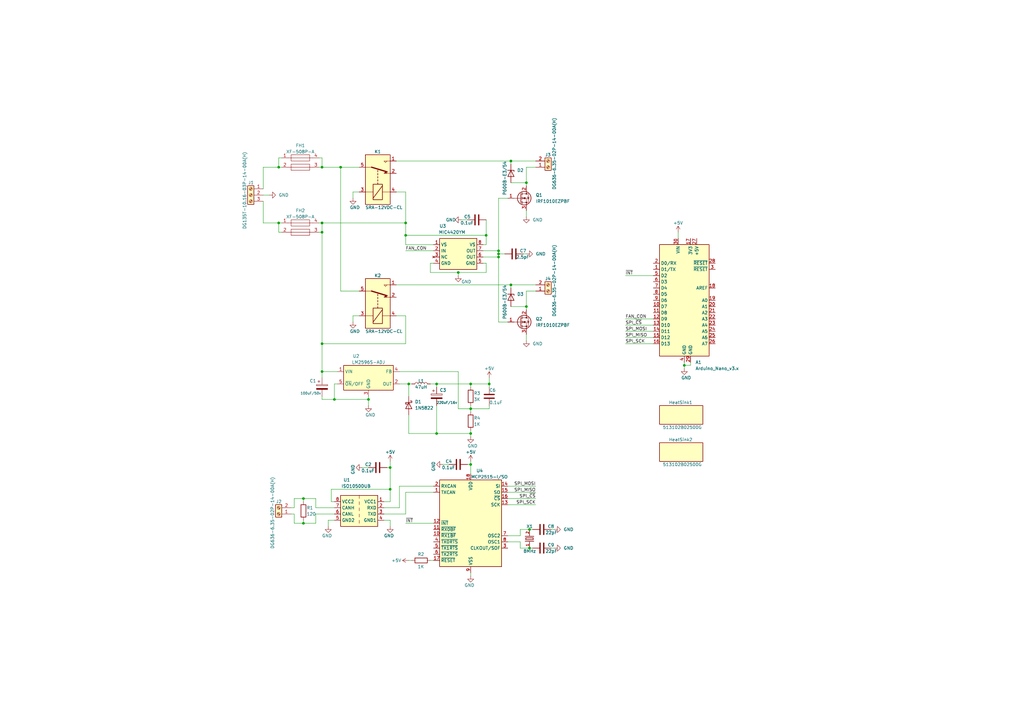
<source format=kicad_sch>
(kicad_sch (version 20211123) (generator eeschema)
  (paper "A3")
  (lib_symbols
    (symbol "Device:C" (pin_numbers hide) (pin_names (offset 0.254))
      (property "Reference" "C" (at 0.635 2.54 0))
      (property "Value" "C" (at 0.635 -2.54 0))
      (symbol "C_0_1"
        (polyline (pts (xy -2.032 -0.762) (xy 2.032 -0.762)) (stroke (width 0.508)))
        (polyline (pts (xy -2.032 0.762) (xy 2.032 0.762)) (stroke (width 0.508)))
      )
      (symbol "C_1_1"
        (pin passive line (at 0 3.81 270) (length 2.794) (name "~") (number "1"))
        (pin passive line (at 0 -3.81 90) (length 2.794) (name "~") (number "2"))
      )
    )
    (symbol "Device:C_Polarized" (pin_numbers hide) (pin_names (offset 0.254))
      (property "Reference" "C" (at 0.635 2.54 0))
      (property "Value" "C_Polarized" (at 0.635 -2.54 0))
      (symbol "C_Polarized_0_1"
        (rectangle (start -2.286 0.508) (end 2.286 1.016))
        (polyline (pts (xy -1.778 2.286) (xy -0.762 2.286)))
        (polyline (pts (xy -1.27 2.794) (xy -1.27 1.778)))
        (rectangle (start 2.286 -0.508) (end -2.286 -1.016) (fill (type outline)))
      )
      (symbol "C_Polarized_1_1"
        (pin passive line (at 0 3.81 270) (length 2.794) (name "~") (number "1"))
        (pin passive line (at 0 -3.81 90) (length 2.794) (name "~") (number "2"))
      )
    )
    (symbol "Device:L" (pin_numbers hide) (pin_names (offset 1.016) hide)
      (property "Reference" "L" (at -1.27 0 90))
      (property "Value" "L" (at 1.905 0 90))
      (symbol "L_0_1"
        (arc (start 0 -2.54) (mid 0.635 -1.905) (end 0 -1.27))
        (arc (start 0 -1.27) (mid 0.635 -0.635) (end 0 0))
        (arc (start 0 0) (mid 0.635 0.635) (end 0 1.27))
        (arc (start 0 1.27) (mid 0.635 1.905) (end 0 2.54))
      )
      (symbol "L_1_1"
        (pin passive line (at 0 3.81 270) (length 1.27) (name "1") (number "1"))
        (pin passive line (at 0 -3.81 90) (length 1.27) (name "2") (number "2"))
      )
    )
    (symbol "Device:R" (pin_numbers hide) (pin_names (offset 0))
      (property "Reference" "R" (at 2.032 0 90))
      (property "Value" "R" (at 0 0 90))
      (symbol "R_0_1"
        (rectangle (start -1.016 -2.54) (end 1.016 2.54) (stroke (width 0.254)))
      )
      (symbol "R_1_1"
        (pin passive line (at 0 3.81 270) (length 1.27) (name "~") (number "1"))
        (pin passive line (at 0 -3.81 90) (length 1.27) (name "~") (number "2"))
      )
    )
    (symbol "Diode:1N5822" (pin_numbers hide) (pin_names (offset 1.016) hide)
      (property "Reference" "D" (at 0 2.54 0))
      (property "Value" "1N5822" (at 0 -2.54 0))
      (symbol "1N5822_0_1"
        (polyline (pts (xy 1.27 0) (xy -1.27 0)))
        (polyline (pts (xy 1.27 1.27) (xy 1.27 -1.27) (xy -1.27 0) (xy 1.27 1.27)) (stroke (width 0.254)))
        (polyline (pts (xy -1.905 0.635) (xy -1.905 1.27) (xy -1.27 1.27) (xy -1.27 -1.27) (xy -0.635 -1.27) (xy -0.635 -0.635)) (stroke (width 0.254)))
      )
      (symbol "1N5822_1_1"
        (pin passive line (at -3.81 0 0) (length 2.54) (name "K") (number "1"))
        (pin passive line (at 3.81 0 180) (length 2.54) (name "A") (number "2"))
      )
    )
    (symbol "Diode:5KPxxA" (pin_numbers hide) (pin_names (offset 1.016) hide)
      (property "Reference" "D" (at 0 2.54 0))
      (property "Value" "5KPxxA" (at 0 -2.54 0))
      (symbol "5KPxxA_0_1"
        (polyline (pts (xy 1.27 0) (xy -1.27 0)))
        (polyline (pts (xy -0.762 1.27) (xy -1.27 1.27) (xy -1.27 -1.27)) (stroke (width 0.254)))
        (polyline (pts (xy 1.27 1.27) (xy 1.27 -1.27) (xy -1.27 0) (xy 1.27 1.27)) (stroke (width 0.254)))
      )
      (symbol "5KPxxA_1_1"
        (pin passive line (at -3.81 0 0) (length 2.54) (name "A1") (number "1"))
        (pin passive line (at 3.81 0 180) (length 2.54) (name "A2") (number "2"))
      )
    )
    (symbol "Interface_CAN_LIN:ISO1050DUB"
      (property "Reference" "U" (at -6.35 6.35 0))
      (property "Value" "ISO1050DUB" (at 2.54 6.35 0))
      (symbol "ISO1050DUB_0_1"
        (rectangle (start -7.62 5.08) (end 7.62 -7.62) (stroke (width 0.254)) (fill (type background)))
        (polyline (pts (xy 0 -5.08) (xy 0 -6.35)))
        (polyline (pts (xy 0 -2.54) (xy 0 -3.81)))
        (polyline (pts (xy 0 0) (xy 0 -1.27)))
        (polyline (pts (xy 0 2.54) (xy 0 1.27)))
        (polyline (pts (xy 0 5.08) (xy 0 3.81)))
      )
      (symbol "ISO1050DUB_1_1"
        (pin power_in line (at -10.16 2.54 0) (length 2.54) (name "VCC1") (number "1"))
        (pin output line (at -10.16 0 0) (length 2.54) (name "RXD") (number "2"))
        (pin input line (at -10.16 -2.54 0) (length 2.54) (name "TXD") (number "3"))
        (pin power_in line (at -10.16 -5.08 0) (length 2.54) (name "GND1") (number "4"))
        (pin power_in line (at 10.16 -5.08 180) (length 2.54) (name "GND2") (number "5"))
        (pin bidirectional line (at 10.16 -2.54 180) (length 2.54) (name "CANL") (number "6"))
        (pin bidirectional line (at 10.16 0 180) (length 2.54) (name "CANH") (number "7"))
        (pin power_in line (at 10.16 2.54 180) (length 2.54) (name "VCC2") (number "8"))
      )
    )
    (symbol "Interface_CAN_LIN:MCP2515-xSO"
      (property "Reference" "U" (at -10.16 19.685 0))
      (property "Value" "MCP2515-xSO" (at 19.05 20.32 0))
      (symbol "MCP2515-xSO_0_1"
        (rectangle (start -12.7 17.78) (end 12.7 -17.78) (stroke (width 0.254)) (fill (type background)))
      )
      (symbol "MCP2515-xSO_1_1"
        (pin output line (at 15.24 12.7 180) (length 2.54) (name "TXCAN") (number "1"))
        (pin output line (at 15.24 -5.08 180) (length 2.54) (name "~{RX1BF}") (number "10"))
        (pin output line (at 15.24 -2.54 180) (length 2.54) (name "~{RX0BF}") (number "11"))
        (pin output line (at 15.24 0 180) (length 2.54) (name "~{INT}") (number "12"))
        (pin input line (at -15.24 7.62 0) (length 2.54) (name "SCK") (number "13"))
        (pin input line (at -15.24 15.24 0) (length 2.54) (name "SI") (number "14"))
        (pin output line (at -15.24 12.7 0) (length 2.54) (name "SO") (number "15"))
        (pin input line (at -15.24 10.16 0) (length 2.54) (name "~{CS}") (number "16"))
        (pin input line (at 15.24 -15.24 180) (length 2.54) (name "~{RESET}") (number "17"))
        (pin power_in line (at 0 20.32 270) (length 2.54) (name "VDD") (number "18"))
        (pin input line (at 15.24 15.24 180) (length 2.54) (name "RXCAN") (number "2"))
        (pin output line (at -15.24 -10.16 0) (length 2.54) (name "CLKOUT/SOF") (number "3"))
        (pin input line (at 15.24 -7.62 180) (length 2.54) (name "~{TX0RTS}") (number "4"))
        (pin input line (at 15.24 -10.16 180) (length 2.54) (name "~{TX1RTS}") (number "5"))
        (pin input line (at 15.24 -12.7 180) (length 2.54) (name "~{TX2RTS}") (number "6"))
        (pin output line (at -15.24 -5.08 0) (length 2.54) (name "OSC2") (number "7"))
        (pin input line (at -15.24 -7.62 0) (length 2.54) (name "OSC1") (number "8"))
        (pin power_in line (at 0 -20.32 90) (length 2.54) (name "VSS") (number "9"))
      )
    )
    (symbol "MCU_Module:Arduino_Nano_v3.x"
      (property "Reference" "A" (at -10.16 23.495 0))
      (property "Value" "Arduino_Nano_v3.x" (at 5.08 -24.13 0))
      (symbol "Arduino_Nano_v3.x_0_1"
        (rectangle (start -10.16 22.86) (end 10.16 -22.86) (stroke (width 0.254)) (fill (type background)))
      )
      (symbol "Arduino_Nano_v3.x_1_1"
        (pin bidirectional line (at -12.7 12.7 0) (length 2.54) (name "D1/TX") (number "1"))
        (pin bidirectional line (at -12.7 -2.54 0) (length 2.54) (name "D7") (number "10"))
        (pin bidirectional line (at -12.7 -5.08 0) (length 2.54) (name "D8") (number "11"))
        (pin bidirectional line (at -12.7 -7.62 0) (length 2.54) (name "D9") (number "12"))
        (pin bidirectional line (at -12.7 -10.16 0) (length 2.54) (name "D10") (number "13"))
        (pin bidirectional line (at -12.7 -12.7 0) (length 2.54) (name "D11") (number "14"))
        (pin bidirectional line (at -12.7 -15.24 0) (length 2.54) (name "D12") (number "15"))
        (pin bidirectional line (at -12.7 -17.78 0) (length 2.54) (name "D13") (number "16"))
        (pin power_out line (at 2.54 25.4 270) (length 2.54) (name "3V3") (number "17"))
        (pin input line (at 12.7 5.08 180) (length 2.54) (name "AREF") (number "18"))
        (pin bidirectional line (at 12.7 0 180) (length 2.54) (name "A0") (number "19"))
        (pin bidirectional line (at -12.7 15.24 0) (length 2.54) (name "D0/RX") (number "2"))
        (pin bidirectional line (at 12.7 -2.54 180) (length 2.54) (name "A1") (number "20"))
        (pin bidirectional line (at 12.7 -5.08 180) (length 2.54) (name "A2") (number "21"))
        (pin bidirectional line (at 12.7 -7.62 180) (length 2.54) (name "A3") (number "22"))
        (pin bidirectional line (at 12.7 -10.16 180) (length 2.54) (name "A4") (number "23"))
        (pin bidirectional line (at 12.7 -12.7 180) (length 2.54) (name "A5") (number "24"))
        (pin bidirectional line (at 12.7 -15.24 180) (length 2.54) (name "A6") (number "25"))
        (pin bidirectional line (at 12.7 -17.78 180) (length 2.54) (name "A7") (number "26"))
        (pin power_out line (at 5.08 25.4 270) (length 2.54) (name "+5V") (number "27"))
        (pin input line (at 12.7 15.24 180) (length 2.54) (name "~{RESET}") (number "28"))
        (pin power_in line (at 2.54 -25.4 90) (length 2.54) (name "GND") (number "29"))
        (pin input line (at 12.7 12.7 180) (length 2.54) (name "~{RESET}") (number "3"))
        (pin power_in line (at -2.54 25.4 270) (length 2.54) (name "VIN") (number "30"))
        (pin power_in line (at 0 -25.4 90) (length 2.54) (name "GND") (number "4"))
        (pin bidirectional line (at -12.7 10.16 0) (length 2.54) (name "D2") (number "5"))
        (pin bidirectional line (at -12.7 7.62 0) (length 2.54) (name "D3") (number "6"))
        (pin bidirectional line (at -12.7 5.08 0) (length 2.54) (name "D4") (number "7"))
        (pin bidirectional line (at -12.7 2.54 0) (length 2.54) (name "D5") (number "8"))
        (pin bidirectional line (at -12.7 0 0) (length 2.54) (name "D6") (number "9"))
      )
    )
    (symbol "MIC4420YM:513102B02500G" (pin_names (offset 1.016) hide)
      (property "Reference" "HeatSink" (at 8.89 8.89 0))
      (property "Value" "513102B02500G" (at 8.89 -1.27 0))
      (symbol "513102B02500G_1_1"
        (rectangle (start 0 7.62) (end 17.78 0) (stroke (width 0.254)) (fill (type background)))
      )
    )
    (symbol "MIC4420YM:8MHz" (pin_names (offset 1.016))
      (property "Reference" "X" (at 0 2.54 0))
      (property "Value" "8MHz" (at -2.54 -3.81 0))
      (symbol "8MHz_0_0"
        (polyline (pts (xy -1.016 1.778) (xy -1.016 -1.778)) (stroke (width 0.254)))
        (polyline (pts (xy -0.381 -1.524) (xy 0.381 -1.524)) (stroke (width 0.254)))
        (polyline (pts (xy -0.381 1.524) (xy -0.381 -1.524)) (stroke (width 0.254)))
        (polyline (pts (xy 0.381 -1.524) (xy 0.381 1.524)) (stroke (width 0.254)))
        (polyline (pts (xy 0.381 1.524) (xy -0.381 1.524)) (stroke (width 0.254)))
        (polyline (pts (xy 1.016 1.778) (xy 1.016 -1.778)) (stroke (width 0.254)))
        (pin passive line (at -3.81 0 0) (length 2.54) (name "~") (number "1"))
        (pin passive line (at 3.81 0 180) (length 2.54) (name "~") (number "2"))
      )
    )
    (symbol "MIC4420YM:DG135T-10.16-03P-14-00A(H)" (pin_names (offset 1.016) hide)
      (property "Reference" "J" (at 0 5.08 0))
      (property "Value" "DG135T-10.16-03P-14-00A(H)" (at 0 -5.08 0))
      (symbol "DG135T-10.16-03P-14-00A(H)_1_1"
        (rectangle (start -1.27 3.81) (end 1.27 -3.81) (stroke (width 0.254)) (fill (type background)))
        (circle (center 0 -2.54) (radius 0.635) (stroke (width 0.1524)))
        (polyline (pts (xy -0.5334 -2.2098) (xy 0.3302 -3.048)) (stroke (width 0.1524)))
        (polyline (pts (xy -0.5334 0.3302) (xy 0.3302 -0.508)) (stroke (width 0.1524)))
        (polyline (pts (xy -0.5334 2.8702) (xy 0.3302 2.032)) (stroke (width 0.1524)))
        (polyline (pts (xy -0.3556 -2.032) (xy 0.508 -2.8702)) (stroke (width 0.1524)))
        (polyline (pts (xy -0.3556 0.508) (xy 0.508 -0.3302)) (stroke (width 0.1524)))
        (polyline (pts (xy -0.3556 3.048) (xy 0.508 2.2098)) (stroke (width 0.1524)))
        (circle (center 0 0) (radius 0.635) (stroke (width 0.1524)))
        (circle (center 0 2.54) (radius 0.635) (stroke (width 0.1524)))
        (pin passive line (at -5.08 2.54 0) (length 3.81) (name "Pin_1") (number "1"))
        (pin passive line (at -5.08 0 0) (length 3.81) (name "Pin_2") (number "2"))
        (pin passive line (at -5.08 -2.54 0) (length 3.81) (name "Pin_3") (number "3"))
      )
    )
    (symbol "MIC4420YM:IRF1010EZPBF" (pin_names hide)
      (property "Reference" "Q" (at 6.35 1.905 0))
      (property "Value" "IRF1010EZPBF" (at 6.35 0 0))
      (symbol "IRF1010EZPBF_0_1"
        (polyline (pts (xy 0.254 0) (xy -2.54 0)))
        (polyline (pts (xy 0.254 1.905) (xy 0.254 -1.905)) (stroke (width 0.254)))
        (polyline (pts (xy 0.762 -1.27) (xy 0.762 -2.286)) (stroke (width 0.254)))
        (polyline (pts (xy 0.762 0.508) (xy 0.762 -0.508)) (stroke (width 0.254)))
        (polyline (pts (xy 0.762 2.286) (xy 0.762 1.27)) (stroke (width 0.254)))
        (polyline (pts (xy 2.54 2.54) (xy 2.54 1.778)))
        (polyline (pts (xy 2.54 -2.54) (xy 2.54 0) (xy 0.762 0)))
        (polyline (pts (xy 0.762 -1.778) (xy 3.302 -1.778) (xy 3.302 1.778) (xy 0.762 1.778)))
        (polyline (pts (xy 1.016 0) (xy 2.032 0.381) (xy 2.032 -0.381) (xy 1.016 0)) (fill (type outline)))
        (polyline (pts (xy 2.794 0.508) (xy 2.921 0.381) (xy 3.683 0.381) (xy 3.81 0.254)))
        (polyline (pts (xy 3.302 0.381) (xy 2.921 -0.254) (xy 3.683 -0.254) (xy 3.302 0.381)))
        (circle (center 1.651 0) (radius 2.794) (stroke (width 0.254)))
        (circle (center 2.54 -1.778) (radius 0.254) (fill (type outline)))
        (circle (center 2.54 1.778) (radius 0.254) (fill (type outline)))
      )
      (symbol "IRF1010EZPBF_1_1"
        (pin input line (at -5.08 0 0) (length 2.54) (name "G") (number "1"))
        (pin passive line (at 2.54 5.08 270) (length 2.54) (name "D") (number "2"))
        (pin passive line (at 2.54 -5.08 90) (length 2.54) (name "S") (number "3"))
      )
    )
    (symbol "MIC4420YM:JL500-50802G01" (pin_names (offset 1.016) hide)
      (property "Reference" "J" (at 0 2.54 0))
      (property "Value" "JL500-50802G01" (at 0 -5.08 0))
      (symbol "JL500-50802G01_1_1"
        (rectangle (start -1.27 1.27) (end 1.27 -3.81) (stroke (width 0.254)) (fill (type background)))
        (circle (center 0 -2.54) (radius 0.635) (stroke (width 0.1524)))
        (polyline (pts (xy -0.5334 -2.2098) (xy 0.3302 -3.048)) (stroke (width 0.1524)))
        (polyline (pts (xy -0.5334 0.3302) (xy 0.3302 -0.508)) (stroke (width 0.1524)))
        (polyline (pts (xy -0.3556 -2.032) (xy 0.508 -2.8702)) (stroke (width 0.1524)))
        (polyline (pts (xy -0.3556 0.508) (xy 0.508 -0.3302)) (stroke (width 0.1524)))
        (circle (center 0 0) (radius 0.635) (stroke (width 0.1524)))
        (pin passive line (at -5.08 0 0) (length 3.81) (name "Pin_1") (number "1"))
        (pin passive line (at -5.08 -2.54 0) (length 3.81) (name "Pin_2") (number "2"))
      )
    )
    (symbol "MIC4420YM:MIC4420"
      (property "Reference" "U" (at 0 13.97 0))
      (property "Value" "MIC4420" (at 7.62 13.97 0))
      (symbol "MIC4420_0_1"
        (rectangle (start 0 12.7) (end 15.24 0) (stroke (width 0.254)) (fill (type background)))
      )
      (symbol "MIC4420_1_1"
        (pin power_in line (at -2.54 10.16 0) (length 2.54) (name "VS") (number "1"))
        (pin input line (at -2.54 7.62 0) (length 2.54) (name "IN") (number "2"))
        (pin no_connect line (at -2.54 5.08 0) (length 2.54) (name "NC") (number "3"))
        (pin power_in line (at -2.54 2.54 0) (length 2.54) (name "GND") (number "4"))
        (pin power_in line (at 17.78 2.54 180) (length 2.54) (name "GND") (number "5"))
        (pin output line (at 17.78 5.08 180) (length 2.54) (name "OUT") (number "6"))
        (pin output line (at 17.78 7.62 180) (length 2.54) (name "OUT") (number "7"))
        (pin power_in line (at 17.78 10.16 180) (length 2.54) (name "VS") (number "8"))
      )
    )
    (symbol "MIC4420YM:XF-508P-A" (pin_names (offset 0) hide)
      (property "Reference" "FH" (at 0 7.62 0))
      (property "Value" "XF-508P-A" (at 0 -2.54 0))
      (symbol "XF-508P-A_0_1"
        (rectangle (start -3.81 2.54) (end 3.81 0))
        (rectangle (start -3.81 6.35) (end 3.81 3.81))
        (polyline (pts (xy -5.08 1.27) (xy 5.08 1.27)))
        (polyline (pts (xy -5.08 5.08) (xy 5.08 5.08)))
      )
      (symbol "XF-508P-A_1_1"
        (pin passive line (at -7.62 5.08 0) (length 2.54) (name "1") (number "1"))
        (pin passive line (at -7.62 1.27 0) (length 2.54) (name "2") (number "2"))
        (pin passive line (at 7.62 1.27 180) (length 2.54) (name "3") (number "3"))
        (pin passive line (at 7.62 5.08 180) (length 2.54) (name "4") (number "4"))
      )
    )
    (symbol "Regulator_Switching:LM2596S-ADJ"
      (property "Reference" "U" (at -10.16 6.35 0))
      (property "Value" "LM2596S-ADJ" (at 0 6.35 0))
      (symbol "LM2596S-ADJ_0_1"
        (rectangle (start -10.16 5.08) (end 10.16 -5.08) (stroke (width 0.254)) (fill (type background)))
      )
      (symbol "LM2596S-ADJ_1_1"
        (pin power_in line (at -12.7 2.54 0) (length 2.54) (name "VIN") (number "1"))
        (pin output line (at 12.7 -2.54 180) (length 2.54) (name "OUT") (number "2"))
        (pin power_in line (at 0 -7.62 90) (length 2.54) (name "GND") (number "3"))
        (pin input line (at 12.7 2.54 180) (length 2.54) (name "FB") (number "4"))
        (pin input line (at -12.7 -2.54 0) (length 2.54) (name "~{ON}/OFF") (number "5"))
      )
    )
    (symbol "SRA-12VDC-CL_1"
      (property "Reference" "K" (at 21.59 8.89 0))
      (property "Value" "SRA-12VDC-CL_1" (at 21.59 6.35 0))
      (symbol "SRA-12VDC-CL_1_0_0"
        (polyline (pts (xy 17.78 10.16) (xy 17.78 7.62) (xy 17.145 8.255) (xy 17.78 8.89)))
      )
      (symbol "SRA-12VDC-CL_1_0_1"
        (polyline (pts (xy 2.54 3.175) (xy 7.62 6.985)) (stroke (width 0.254)))
        (polyline (pts (xy 5.08 0) (xy 5.08 3.175)))
        (polyline (pts (xy 5.08 10.16) (xy 5.08 6.985)))
        (polyline (pts (xy 8.255 5.08) (xy 8.89 5.08)) (stroke (width 0.254)))
        (polyline (pts (xy 9.525 5.08) (xy 10.16 5.08)) (stroke (width 0.254)))
        (polyline (pts (xy 10.795 5.08) (xy 11.43 5.08)) (stroke (width 0.254)))
        (polyline (pts (xy 12.065 5.08) (xy 12.7 5.08)) (stroke (width 0.254)))
        (polyline (pts (xy 13.335 5.08) (xy 13.97 5.08)) (stroke (width 0.254)))
        (polyline (pts (xy 15.24 2.54) (xy 13.335 8.89)) (stroke (width 0.508)))
        (polyline (pts (xy 15.24 2.54) (xy 15.24 0)))
        (polyline (pts (xy 12.7 10.16) (xy 12.7 7.62) (xy 13.335 8.255) (xy 12.7 8.89)) (fill (type outline)))
        (rectangle (start 0 10.16) (end 20.32 0) (stroke (width 0.254)) (fill (type background)))
        (rectangle (start 1.905 6.985) (end 8.255 3.175) (stroke (width 0.254)))
      )
      (symbol "SRA-12VDC-CL_1_1_1"
        (pin passive line (at 17.78 12.7 270) (length 2.54) (name "~") (number "1"))
        (pin passive line (at 12.7 12.7 270) (length 2.54) (name "~") (number "2"))
        (pin passive line (at 5.08 -2.54 90) (length 2.54) (name "~") (number "3"))
        (pin passive line (at 5.08 12.7 270) (length 2.54) (name "~") (number "4"))
        (pin passive line (at 15.24 -2.54 90) (length 2.54) (name "~") (number "5"))
      )
    )
    (symbol "power:+5V" (power) (pin_names (offset 0))
      (property "Value" "+5V" (at 0 3.556 0))
      (symbol "+5V_0_1"
        (polyline (pts (xy -0.762 1.27) (xy 0 2.54)))
        (polyline (pts (xy 0 0) (xy 0 2.54)))
        (polyline (pts (xy 0 2.54) (xy 0.762 1.27)))
      )
      (symbol "+5V_1_1"
        (pin power_in line (at 0 0 90) (length 0) hide (name "+5V") (number "1"))
      )
    )
    (symbol "power:GND" (power) (pin_names (offset 0))
      (property "Value" "GND" (at 0 -3.81 0))
      (symbol "GND_0_1"
        (polyline (pts (xy 0 0) (xy 0 -1.27) (xy 1.27 -1.27) (xy 0 -2.54) (xy -1.27 -1.27) (xy 0 -1.27)))
      )
      (symbol "GND_1_1"
        (pin power_in line (at 0 0 270) (length 0) hide (name "GND") (number "1"))
      )
    )
  )
  (junction (at 151.13 163.83))
  (junction (at 166.37 96.52))
  (junction (at 217.17 224.79))
  (junction (at 187.96 111.76))
  (junction (at 217.17 217.17))
  (junction (at 132.08 68.58))
  (junction (at 204.47 104.14))
  (junction (at 114.3 68.58))
  (junction (at 209.55 66.04))
  (junction (at 204.47 102.87))
  (junction (at 193.04 177.8))
  (junction (at 200.66 157.48))
  (junction (at 193.04 157.48))
  (junction (at 215.9 74.93))
  (junction (at 124.46 204.47))
  (junction (at 193.04 190.5))
  (junction (at 179.07 177.8))
  (junction (at 179.07 157.48))
  (junction (at 209.55 116.84))
  (junction (at 199.39 96.52))
  (junction (at 132.08 95.25))
  (junction (at 132.08 91.44))
  (junction (at 160.02 191.77))
  (junction (at 280.67 149.86))
  (junction (at 124.46 214.63))
  (junction (at 215.9 125.73))
  (junction (at 166.37 91.44))
  (junction (at 160.02 200.66))
  (junction (at 137.16 163.83))
  (junction (at 204.47 105.41))
  (junction (at 167.64 157.48))
  (junction (at 132.08 152.4))
  (junction (at 132.08 140.97))
  (junction (at 139.7 68.58))
  (junction (at 193.04 167.64))
  (junction (at 114.3 91.44))
  (wire (pts (xy 160.02 189.23) (xy 160.02 191.77)))
  (wire (pts (xy 199.39 96.52) (xy 199.39 100.33)))
  (wire (pts (xy 107.95 82.55) (xy 107.95 91.44)))
  (wire (pts (xy 162.56 66.04) (xy 209.55 66.04)))
  (wire (pts (xy 191.77 190.5) (xy 193.04 190.5)))
  (wire (pts (xy 267.97 133.35) (xy 256.54 133.35)))
  (wire (pts (xy 208.28 219.71) (xy 213.36 219.71)))
  (wire (pts (xy 167.64 157.48) (xy 168.91 157.48)))
  (wire (pts (xy 166.37 210.82) (xy 166.37 201.93)))
  (wire (pts (xy 187.96 167.64) (xy 193.04 167.64)))
  (wire (pts (xy 163.83 208.28) (xy 163.83 199.39)))
  (wire (pts (xy 144.78 81.28) (xy 144.78 78.74)))
  (wire (pts (xy 160.02 200.66) (xy 160.02 205.74)))
  (wire (pts (xy 209.55 116.84) (xy 209.55 118.11)))
  (wire (pts (xy 283.21 148.59) (xy 283.21 149.86)))
  (wire (pts (xy 166.37 201.93) (xy 177.8 201.93)))
  (wire (pts (xy 199.39 107.95) (xy 199.39 111.76)))
  (wire (pts (xy 193.04 190.5) (xy 193.04 194.31)))
  (wire (pts (xy 200.66 166.37) (xy 200.66 167.64)))
  (wire (pts (xy 107.95 68.58) (xy 114.3 68.58)))
  (wire (pts (xy 213.36 217.17) (xy 217.17 217.17)))
  (wire (pts (xy 132.08 95.25) (xy 132.08 140.97)))
  (wire (pts (xy 227.33 217.17) (xy 226.06 217.17)))
  (wire (pts (xy 130.81 64.77) (xy 132.08 64.77)))
  (wire (pts (xy 144.78 132.08) (xy 144.78 129.54)))
  (wire (pts (xy 217.17 224.79) (xy 218.44 224.79)))
  (wire (pts (xy 187.96 152.4) (xy 187.96 167.64)))
  (wire (pts (xy 179.07 177.8) (xy 193.04 177.8)))
  (wire (pts (xy 137.16 157.48) (xy 137.16 163.83)))
  (wire (pts (xy 137.16 163.83) (xy 151.13 163.83)))
  (wire (pts (xy 151.13 166.37) (xy 151.13 163.83)))
  (wire (pts (xy 130.81 91.44) (xy 132.08 91.44)))
  (wire (pts (xy 200.66 167.64) (xy 193.04 167.64)))
  (wire (pts (xy 162.56 78.74) (xy 166.37 78.74)))
  (wire (pts (xy 114.3 95.25) (xy 115.57 95.25)))
  (wire (pts (xy 215.9 119.38) (xy 219.71 119.38)))
  (wire (pts (xy 114.3 91.44) (xy 114.3 95.25)))
  (wire (pts (xy 160.02 213.36) (xy 160.02 215.9)))
  (wire (pts (xy 209.55 66.04) (xy 219.71 66.04)))
  (wire (pts (xy 215.9 127) (xy 215.9 125.73)))
  (wire (pts (xy 187.96 111.76) (xy 187.96 113.03)))
  (wire (pts (xy 204.47 132.08) (xy 204.47 105.41)))
  (wire (pts (xy 134.62 213.36) (xy 137.16 213.36)))
  (wire (pts (xy 213.36 224.79) (xy 217.17 224.79)))
  (wire (pts (xy 193.04 177.8) (xy 193.04 176.53)))
  (wire (pts (xy 137.16 208.28) (xy 129.54 208.28)))
  (wire (pts (xy 162.56 129.54) (xy 166.37 129.54)))
  (wire (pts (xy 215.9 68.58) (xy 219.71 68.58)))
  (wire (pts (xy 160.02 205.74) (xy 157.48 205.74)))
  (wire (pts (xy 132.08 91.44) (xy 132.08 95.25)))
  (wire (pts (xy 114.3 68.58) (xy 115.57 68.58)))
  (wire (pts (xy 193.04 189.23) (xy 193.04 190.5)))
  (wire (pts (xy 167.64 170.18) (xy 167.64 177.8)))
  (wire (pts (xy 208.28 81.28) (xy 204.47 81.28)))
  (wire (pts (xy 110.49 80.01) (xy 107.95 80.01)))
  (wire (pts (xy 166.37 140.97) (xy 132.08 140.97)))
  (wire (pts (xy 120.65 210.82) (xy 120.65 214.63)))
  (wire (pts (xy 177.8 214.63) (xy 166.37 214.63)))
  (wire (pts (xy 137.16 205.74) (xy 135.89 205.74)))
  (wire (pts (xy 166.37 91.44) (xy 166.37 96.52)))
  (wire (pts (xy 179.07 166.37) (xy 179.07 177.8)))
  (wire (pts (xy 193.04 236.22) (xy 193.04 234.95)))
  (wire (pts (xy 139.7 68.58) (xy 147.32 68.58)))
  (wire (pts (xy 120.65 208.28) (xy 120.65 204.47)))
  (wire (pts (xy 208.28 222.25) (xy 213.36 222.25)))
  (wire (pts (xy 119.38 210.82) (xy 120.65 210.82)))
  (wire (pts (xy 189.23 90.17) (xy 191.77 90.17)))
  (wire (pts (xy 193.04 179.07) (xy 193.04 177.8)))
  (wire (pts (xy 204.47 81.28) (xy 204.47 102.87)))
  (wire (pts (xy 144.78 129.54) (xy 147.32 129.54)))
  (wire (pts (xy 181.61 190.5) (xy 184.15 190.5)))
  (wire (pts (xy 163.83 199.39) (xy 177.8 199.39)))
  (wire (pts (xy 138.43 152.4) (xy 132.08 152.4)))
  (wire (pts (xy 160.02 213.36) (xy 157.48 213.36)))
  (wire (pts (xy 198.12 102.87) (xy 204.47 102.87)))
  (wire (pts (xy 166.37 129.54) (xy 166.37 140.97)))
  (wire (pts (xy 215.9 139.7) (xy 215.9 137.16)))
  (wire (pts (xy 132.08 95.25) (xy 130.81 95.25)))
  (wire (pts (xy 278.13 95.25) (xy 278.13 97.79)))
  (wire (pts (xy 135.89 200.66) (xy 160.02 200.66)))
  (wire (pts (xy 200.66 157.48) (xy 193.04 157.48)))
  (wire (pts (xy 147.32 119.38) (xy 139.7 119.38)))
  (wire (pts (xy 120.65 214.63) (xy 124.46 214.63)))
  (wire (pts (xy 208.28 132.08) (xy 204.47 132.08)))
  (wire (pts (xy 204.47 105.41) (xy 198.12 105.41)))
  (wire (pts (xy 114.3 64.77) (xy 114.3 68.58)))
  (wire (pts (xy 213.36 222.25) (xy 213.36 224.79)))
  (wire (pts (xy 129.54 204.47) (xy 124.46 204.47)))
  (wire (pts (xy 132.08 162.56) (xy 132.08 163.83)))
  (wire (pts (xy 204.47 104.14) (xy 207.01 104.14)))
  (wire (pts (xy 209.55 116.84) (xy 219.71 116.84)))
  (wire (pts (xy 124.46 214.63) (xy 124.46 213.36)))
  (wire (pts (xy 135.89 205.74) (xy 135.89 200.66)))
  (wire (pts (xy 107.95 77.47) (xy 107.95 68.58)))
  (wire (pts (xy 213.36 219.71) (xy 213.36 217.17)))
  (wire (pts (xy 267.97 140.97) (xy 256.54 140.97)))
  (wire (pts (xy 134.62 213.36) (xy 134.62 215.9)))
  (wire (pts (xy 176.53 107.95) (xy 176.53 111.76)))
  (wire (pts (xy 139.7 68.58) (xy 139.7 119.38)))
  (wire (pts (xy 217.17 217.17) (xy 218.44 217.17)))
  (wire (pts (xy 200.66 158.75) (xy 200.66 157.48)))
  (wire (pts (xy 166.37 78.74) (xy 166.37 91.44)))
  (wire (pts (xy 208.28 207.01) (xy 219.71 207.01)))
  (wire (pts (xy 166.37 96.52) (xy 199.39 96.52)))
  (wire (pts (xy 267.97 130.81) (xy 256.54 130.81)))
  (wire (pts (xy 176.53 157.48) (xy 179.07 157.48)))
  (wire (pts (xy 280.67 148.59) (xy 280.67 149.86)))
  (wire (pts (xy 132.08 68.58) (xy 130.81 68.58)))
  (wire (pts (xy 193.04 166.37) (xy 193.04 167.64)))
  (wire (pts (xy 215.9 125.73) (xy 215.9 119.38)))
  (wire (pts (xy 198.12 107.95) (xy 199.39 107.95)))
  (wire (pts (xy 167.64 229.87) (xy 168.91 229.87)))
  (wire (pts (xy 107.95 91.44) (xy 114.3 91.44)))
  (wire (pts (xy 163.83 157.48) (xy 167.64 157.48)))
  (wire (pts (xy 209.55 74.93) (xy 215.9 74.93)))
  (wire (pts (xy 176.53 111.76) (xy 187.96 111.76)))
  (wire (pts (xy 167.64 177.8) (xy 179.07 177.8)))
  (wire (pts (xy 115.57 91.44) (xy 114.3 91.44)))
  (wire (pts (xy 129.54 204.47) (xy 129.54 208.28)))
  (wire (pts (xy 208.28 201.93) (xy 219.71 201.93)))
  (wire (pts (xy 166.37 100.33) (xy 166.37 96.52)))
  (wire (pts (xy 199.39 111.76) (xy 187.96 111.76)))
  (wire (pts (xy 115.57 64.77) (xy 114.3 64.77)))
  (wire (pts (xy 148.59 191.77) (xy 151.13 191.77)))
  (wire (pts (xy 267.97 138.43) (xy 256.54 138.43)))
  (wire (pts (xy 157.48 210.82) (xy 166.37 210.82)))
  (wire (pts (xy 179.07 157.48) (xy 193.04 157.48)))
  (wire (pts (xy 129.54 210.82) (xy 129.54 214.63)))
  (wire (pts (xy 199.39 90.17) (xy 199.39 96.52)))
  (wire (pts (xy 267.97 135.89) (xy 256.54 135.89)))
  (wire (pts (xy 200.66 154.94) (xy 200.66 157.48)))
  (wire (pts (xy 267.97 113.03) (xy 256.54 113.03)))
  (wire (pts (xy 208.28 204.47) (xy 219.71 204.47)))
  (wire (pts (xy 132.08 64.77) (xy 132.08 68.58)))
  (wire (pts (xy 163.83 152.4) (xy 187.96 152.4)))
  (wire (pts (xy 193.04 157.48) (xy 193.04 158.75)))
  (wire (pts (xy 166.37 102.87) (xy 177.8 102.87)))
  (wire (pts (xy 193.04 167.64) (xy 193.04 168.91)))
  (wire (pts (xy 138.43 157.48) (xy 137.16 157.48)))
  (wire (pts (xy 132.08 152.4) (xy 132.08 154.94)))
  (wire (pts (xy 280.67 149.86) (xy 280.67 151.13)))
  (wire (pts (xy 204.47 102.87) (xy 204.47 104.14)))
  (wire (pts (xy 119.38 208.28) (xy 120.65 208.28)))
  (wire (pts (xy 199.39 100.33) (xy 198.12 100.33)))
  (wire (pts (xy 151.13 163.83) (xy 151.13 162.56)))
  (wire (pts (xy 137.16 210.82) (xy 129.54 210.82)))
  (wire (pts (xy 176.53 229.87) (xy 177.8 229.87)))
  (wire (pts (xy 215.9 88.9) (xy 215.9 86.36)))
  (wire (pts (xy 120.65 204.47) (xy 124.46 204.47)))
  (wire (pts (xy 215.9 74.93) (xy 215.9 68.58)))
  (wire (pts (xy 144.78 78.74) (xy 147.32 78.74)))
  (wire (pts (xy 160.02 191.77) (xy 160.02 200.66)))
  (wire (pts (xy 283.21 149.86) (xy 280.67 149.86)))
  (wire (pts (xy 209.55 125.73) (xy 215.9 125.73)))
  (wire (pts (xy 177.8 107.95) (xy 176.53 107.95)))
  (wire (pts (xy 208.28 199.39) (xy 219.71 199.39)))
  (wire (pts (xy 227.33 224.79) (xy 226.06 224.79)))
  (wire (pts (xy 204.47 104.14) (xy 204.47 105.41)))
  (wire (pts (xy 158.75 191.77) (xy 160.02 191.77)))
  (wire (pts (xy 179.07 158.75) (xy 179.07 157.48)))
  (wire (pts (xy 132.08 163.83) (xy 137.16 163.83)))
  (wire (pts (xy 162.56 116.84) (xy 209.55 116.84)))
  (wire (pts (xy 166.37 91.44) (xy 132.08 91.44)))
  (wire (pts (xy 177.8 100.33) (xy 166.37 100.33)))
  (wire (pts (xy 209.55 66.04) (xy 209.55 67.31)))
  (wire (pts (xy 215.9 76.2) (xy 215.9 74.93)))
  (wire (pts (xy 157.48 208.28) (xy 163.83 208.28)))
  (wire (pts (xy 129.54 214.63) (xy 124.46 214.63)))
  (wire (pts (xy 124.46 204.47) (xy 124.46 205.74)))
  (wire (pts (xy 215.9 104.14) (xy 214.63 104.14)))
  (wire (pts (xy 167.64 157.48) (xy 167.64 162.56)))
  (wire (pts (xy 139.7 68.58) (xy 132.08 68.58)))
  (wire (pts (xy 132.08 152.4) (xy 132.08 140.97)))
  (label "SPI_~{CS}" (at 256.54 133.35 0))
  (label "FAN_CON" (at 166.37 102.87 0))
  (label "~{INT}" (at 256.54 113.03 0))
  (label "SPI_~{CS}" (at 219.71 204.47 180))
  (label "SPI_MISO" (at 219.71 201.93 180))
  (label "SPI_MOSI" (at 256.54 135.89 0))
  (label "SPI_MISO" (at 256.54 138.43 0))
  (label "SPI_SCK" (at 219.71 207.01 180))
  (label "~{INT}" (at 166.37 214.63 0))
  (label "FAN_CON" (at 256.54 130.81 0))
  (label "SPI_MOSI" (at 219.71 199.39 180))
  (label "SPI_SCK" (at 256.54 140.97 0))
  (symbol (lib_id "MIC4420YM:513102B02500G") (at 270.51 189.23 0) (unit 1)
    (property "Reference" "HeatSink2" (at 274.32 180.34 0) (effects (justify left)))
    (property "Value" "513102B02500G" (at 271.78 190.5 0) (effects (justify left)))
    (property "Footprint" "FanSpeed_Controller:513102B02500G" (effects hide))
    (property "MFR" "Aavid" (effects hide))
    (property "MPN" "513102B02500G" (effects hide))
  )
  (symbol (lib_id "power:GND") (at 160.02 215.9 0) (unit 1)
    (property "Reference" "#PWR08" (effects hide))
    (property "Value" "GND" (at 157.48 219.71 0) (effects (justify left)))
  )
  (symbol (lib_id "Interface_CAN_LIN:ISO1050DUB") (at 147.32 208.28 0) (mirror y) (unit 1)
    (property "Reference" "U1" (at 142.24 196.85 0))
    (property "Value" "ISO1050DUB" (at 146.05 199.39 0))
    (property "Footprint" "Package_SO:SOP-8_6.62x9.15mm_P2.54mm" (effects hide))
    (property "MFR" "Texas Instruments" (effects hide))
    (property "MPN" "ISO1050DUB" (effects hide))
  )
  (symbol (lib_id "power:GND") (at 189.23 90.17 270) (unit 1)
    (property "Reference" "#PWR012" (effects hide))
    (property "Value" "GND" (at 182.88 90.17 90) (effects (justify left)))
  )
  (symbol (lib_id "power:GND") (at 193.04 179.07 0) (unit 1)
    (property "Reference" "#PWR013" (effects hide))
    (property "Value" "GND" (at 191.77 182.88 0) (effects (justify left)))
  )
  (symbol (lib_id "power:+5V") (at 160.02 189.23 0) (unit 1)
    (property "Reference" "#PWR07" (effects hide))
    (property "Value" "+5V" (at 160.02 185.42 0))
  )
  (symbol (lib_id "Device:C") (at 222.25 224.79 90) (unit 1)
    (property "Reference" "C9" (at 227.33 223.52 90) (effects (justify left)))
    (property "Value" "22pF" (at 228.6 226.06 90) (effects (justify left)))
    (property "Footprint" "Capacitor_SMD:C_0603_1608Metric" (effects hide))
    (property "Category" "Capacitor" (effects hide))
    (property "Description" "CAP CER 22PF 50V X7R 0603" (effects hide))
  )
  (symbol (lib_id "power:GND") (at 280.67 151.13 0) (unit 1)
    (property "Reference" "#PWR023" (effects hide))
    (property "Value" "GND" (at 279.4 154.94 0) (effects (justify left)))
  )
  (symbol (lib_id "Device:C") (at 210.82 104.14 90) (unit 1)
    (property "Reference" "C7" (at 215.9 102.87 90) (effects (justify left)))
    (property "Value" "2.5pF" (at 217.17 105.41 90) (effects (justify left)))
    (property "Footprint" "Capacitor_SMD:C_0603_1608Metric" (effects hide))
    (property "Category" "Capacitor" (effects hide))
    (property "Description" "CAP CER 2.5PF 50V X7R 0603" (effects hide))
  )
  (symbol (lib_id "power:GND") (at 227.33 217.17 90) (unit 1)
    (property "Reference" "#PWR020" (effects hide))
    (property "Value" "GND" (at 231.14 217.1699 90) (effects (justify right)))
  )
  (symbol (lib_id "Regulator_Switching:LM2596S-ADJ") (at 151.13 154.94 0) (unit 1)
    (property "Reference" "U2" (at 146.05 146.05 0))
    (property "Value" "LM2596S-ADJ" (at 151.13 148.59 0))
    (property "Footprint" "Package_TO_SOT_SMD:TO-263-5_TabPin3" (effects hide))
    (property "MFR" "Texas Instruments" (effects hide))
    (property "MPN" "LM2596S-ADJ" (effects hide))
  )
  (symbol (lib_id "MIC4420YM:DG135T-10.16-03P-14-00A(H)") (at 102.87 80.01 0) (mirror y) (unit 1)
    (property "Reference" "J1" (at 104.14 74.93 0) (effects (justify left)))
    (property "Value" "DG135T-10.16-03P-14-00A(H)" (at 100.33 93.98 90) (effects (justify left)))
    (property "Footprint" "FanSpeed_Controller:DG135T-10.16-03P-14-00A(H)" (effects hide))
    (property "MFR" "DEGSON" (effects hide))
    (property "MPN" "DG135T-10.16-03P-14-00A(H)" (effects hide))
  )
  (symbol (lib_id "power:GND") (at 181.61 190.5 270) (unit 1)
    (property "Reference" "#PWR010" (effects hide))
    (property "Value" "GND" (at 177.8 189.23 0) (effects (justify left)))
  )
  (symbol (lib_id "MIC4420YM:JL500-50802G01") (at 224.79 68.58 0) (mirror x) (unit 1)
    (property "Reference" "J3" (at 223.52 63.5 0) (effects (justify left)))
    (property "Value" "DG636-6.35-02P-14-00A(H)" (at 227.33 48.26 90) (effects (justify left)))
    (property "Footprint" "FanSpeed_Controller:DG636-6.35-02P-14-00A(H)" (effects hide))
    (property "MFR" "DEGSON" (effects hide))
    (property "MPN" "DG636-6.35-02P-14-00A(H)" (effects hide))
  )
  (symbol (lib_id "MIC4420YM:JL500-50802G01") (at 114.3 210.82 180) (unit 1)
    (property "Reference" "J2" (at 115.57 205.74 0) (effects (justify left)))
    (property "Value" "DG636-6.35-02P-14-00A(H)" (at 111.76 195.58 90) (effects (justify left)))
    (property "Footprint" "FanSpeed_Controller:DG636-6.35-02P-14-00A(H)" (effects hide))
    (property "MFR" "DEGSON" (effects hide))
    (property "MPN" "DG636-6.35-02P-14-00A(H)" (effects hide))
  )
  (symbol (lib_id "MIC4420YM:IRF1010EZPBF") (at 213.36 81.28 0) (unit 1)
    (property "Reference" "Q1" (at 219.71 80.0099 0) (effects (justify left)))
    (property "Value" "IRF1010EZPBF" (at 219.71 82.5499 0) (effects (justify left)))
    (property "Footprint" "Package_TO_SOT_THT:TO-220-3_Vertical" (effects hide))
    (property "MFR" "Infineon" (effects hide))
    (property "MPN" "IRF1010EZPBF" (effects hide))
  )
  (symbol (lib_id "Device:R") (at 193.04 172.72 0) (unit 1)
    (property "Reference" "R4" (at 194.31 171.45 0) (effects (justify left)))
    (property "Value" "1K" (at 194.31 173.99 0) (effects (justify left)))
    (property "Footprint" "Resistor_SMD:R_0603_1608Metric" (effects hide))
    (property "Category" "Resistor" (effects hide))
    (property "Description" "RES 1K OHM 1% 1/10W 0603" (effects hide))
  )
  (symbol (lib_id "power:+5V") (at 200.66 154.94 0) (unit 1)
    (property "Reference" "#PWR016" (effects hide))
    (property "Value" "+5V" (at 200.66 151.13 0))
  )
  (symbol (lib_id "power:GND") (at 144.78 81.28 0) (unit 1)
    (property "Reference" "#PWR03" (effects hide))
    (property "Value" "GND" (at 143.51 85.09 0) (effects (justify left)))
  )
  (symbol (lib_id "MIC4420YM:JL500-50802G01") (at 224.79 119.38 0) (mirror x) (unit 1)
    (property "Reference" "J4" (at 223.52 114.3 0) (effects (justify left)))
    (property "Value" "DG636-6.35-02P-14-00A(H)" (at 227.33 100.33 90) (effects (justify left)))
    (property "Footprint" "FanSpeed_Controller:DG636-6.35-02P-14-00A(H)" (effects hide))
    (property "MFR" "DEGSON" (effects hide))
    (property "MPN" "DG636-6.35-02P-14-00A(H)" (effects hide))
  )
  (symbol (lib_id "power:GND") (at 215.9 104.14 90) (unit 1)
    (property "Reference" "#PWR018" (effects hide))
    (property "Value" "GND" (at 219.71 104.1399 90) (effects (justify right)))
  )
  (symbol (lib_id "Interface_CAN_LIN:MCP2515-xSO") (at 193.04 214.63 0) (mirror y) (unit 1)
    (property "Reference" "U4" (at 198.12 193.04 0) (effects (justify left)))
    (property "Value" "MCP2515-I/SO" (at 208.28 195.58 0) (effects (justify left)))
    (property "Footprint" "Package_SO:SOIC-18W_7.5x11.6mm_P1.27mm" (effects hide))
    (property "MFR" "Microchip" (effects hide))
    (property "MPN" "MCP2515-I/SO" (effects hide))
  )
  (symbol (lib_id "power:GND") (at 193.04 236.22 0) (unit 1)
    (property "Reference" "#PWR015" (effects hide))
    (property "Value" "GND" (at 190.5 240.03 0) (effects (justify left)))
  )
  (symbol (lib_id "Device:L") (at 172.72 157.48 90) (unit 1)
    (property "Reference" "L1" (at 172.72 156.21 90))
    (property "Value" "47uH" (at 172.72 158.75 90))
    (property "Footprint" "Inductor_SMD:L_Taiyo-Yuden_NR-60xx" (effects hide))
    (property "Category" "Power Inductor" (effects hide))
    (property "Description" "FIXED IND 47UH " (effects hide))
    (property "MFR" "Taiyo Yuden" (effects hide))
    (property "MPN" "NRS6028T470MMGJ" (effects hide))
  )
  (symbol (lib_id "MIC4420YM:513102B02500G") (at 270.51 173.99 0) (unit 1)
    (property "Reference" "HeatSink1" (at 274.32 165.1 0) (effects (justify left)))
    (property "Value" "513102B02500G" (at 271.78 175.26 0) (effects (justify left)))
    (property "Footprint" "FanSpeed_Controller:513102B02500G" (effects hide))
    (property "MFR" "Aavid" (effects hide))
    (property "MPN" "513102B02500G" (effects hide))
  )
  (symbol (lib_id "Diode:5KPxxA") (at 209.55 121.92 270) (unit 1)
    (property "Reference" "D3" (at 212.09 120.6499 90) (effects (justify left)))
    (property "Value" "P600B-E3/54" (at 207.01 116.84 0) (effects (justify left)))
    (property "Footprint" "Diode_THT:D_P600_R-6_P20.00mm_Horizontal" (effects hide))
    (property "MFR" "Vishay" (effects hide))
    (property "MPN" "P600B-E3/54" (effects hide))
  )
  (symbol (lib_name "SRA-12VDC-CL_1") (lib_id "MIC4420YM:SRA-12VDC-CL") (at 149.86 134.62 270) (mirror x) (unit 1)
    (property "Reference" "K2" (at 154.94 113.03 90))
    (property "Value" "SRA-12VDC-CL" (at 157.48 135.89 90))
    (property "Footprint" "FanSpeed_Controller:SRA-12VDC-CL" (effects hide))
    (property "MFR" "Ningbo Songle Relay" (effects hide))
    (property "MPN" "SRA-12VDC-CL" (effects hide))
  )
  (symbol (lib_id "power:GND") (at 227.33 224.79 90) (unit 1)
    (property "Reference" "#PWR021" (effects hide))
    (property "Value" "GND" (at 231.14 224.7899 90) (effects (justify right)))
  )
  (symbol (lib_id "Device:C_Polarized") (at 132.08 158.75 0) (unit 1)
    (property "Reference" "C1" (at 127 156.21 0) (effects (justify left)))
    (property "Value" "100uF/50v" (at 123.19 161.29 0) (effects (font (size 1 1)) (justify left)))
    (property "Footprint" "Capacitor_SMD:CP_Elec_10x10" (effects hide))
    (property "Category" "Capacitor" (effects hide))
    (property "Description" "CAP ALUM 100UF 20% 50V RADIAL" (effects hide))
    (property "MFR" "Nichicon" (effects hide))
    (property "MPN" "UCJ1H101MCL1GS" (effects hide))
  )
  (symbol (lib_id "Device:C") (at 222.25 217.17 90) (unit 1)
    (property "Reference" "C8" (at 227.33 215.9 90) (effects (justify left)))
    (property "Value" "22pF" (at 228.6 218.44 90) (effects (justify left)))
    (property "Footprint" "Capacitor_SMD:C_0603_1608Metric" (effects hide))
    (property "Category" "Capacitor" (effects hide))
    (property "Description" "CAP CER 22PF 50V X7R 0603" (effects hide))
  )
  (symbol (lib_id "power:GND") (at 148.59 191.77 270) (unit 1)
    (property "Reference" "#PWR05" (effects hide))
    (property "Value" "GND" (at 144.78 190.5 0) (effects (justify left)))
  )
  (symbol (lib_id "Device:R") (at 124.46 209.55 0) (unit 1)
    (property "Reference" "R1" (at 125.73 208.28 0) (effects (justify left)))
    (property "Value" "120" (at 125.73 210.82 0) (effects (justify left)))
    (property "Footprint" "Resistor_SMD:R_0603_1608Metric" (effects hide))
    (property "Category" "Resistor" (effects hide))
    (property "Description" "RES 120 OHM 1% 1/10W 0603" (effects hide))
  )
  (symbol (lib_id "power:GND") (at 151.13 166.37 0) (unit 1)
    (property "Reference" "#PWR06" (effects hide))
    (property "Value" "GND" (at 149.86 170.18 0) (effects (justify left)))
  )
  (symbol (lib_id "MCU_Module:Arduino_Nano_v3.x") (at 280.67 123.19 0) (unit 1)
    (property "Reference" "A1" (at 285.2294 148.59 0) (effects (justify left)))
    (property "Value" "Arduino_Nano_v3.x" (at 285.2294 151.13 0) (effects (justify left)))
    (property "Footprint" "Module:Arduino_Nano" (effects hide))
  )
  (symbol (lib_id "power:GND") (at 187.96 113.03 0) (unit 1)
    (property "Reference" "#PWR011" (effects hide))
    (property "Value" "GND" (at 189.23 115.57 0) (effects (justify left)))
  )
  (symbol (lib_id "Diode:1N5822") (at 167.64 166.37 270) (unit 1)
    (property "Reference" "D1" (at 170.18 164.7824 90) (effects (justify left)))
    (property "Value" "1N5822" (at 170.18 167.3224 90) (effects (justify left)))
    (property "Footprint" "Diode_THT:D_DO-201AD_P15.24mm_Horizontal" (effects hide))
    (property "MFR" "STM" (effects hide))
    (property "MPN" "1N5822" (effects hide))
  )
  (symbol (lib_id "MIC4420YM:XF-508P-A") (at 123.19 96.52 0) (unit 1)
    (property "Reference" "FH2" (at 123.19 86.36 0))
    (property "Value" "XF-508P-A" (at 123.19 88.9 0))
    (property "Footprint" "FanSpeed_Controller:XF-508P-A" (effects hide))
    (property "MFR" "XFCN" (effects hide))
    (property "MPN" "XF-508P-A" (effects hide))
  )
  (symbol (lib_id "Device:C") (at 187.96 190.5 90) (unit 1)
    (property "Reference" "C4" (at 185.42 189.23 90) (effects (justify left)))
    (property "Value" "0.1uF" (at 186.69 191.77 90) (effects (justify left)))
    (property "Footprint" "Capacitor_SMD:C_0603_1608Metric" (effects hide))
    (property "Category" "Capacitor" (effects hide))
    (property "Description" "CAP CER 0.1UF 50V X7R 0603" (effects hide))
  )
  (symbol (lib_id "Device:R") (at 172.72 229.87 90) (unit 1)
    (property "Reference" "R2" (at 173.99 227.33 90) (effects (justify left)))
    (property "Value" "1K" (at 173.99 232.41 90) (effects (justify left)))
    (property "Footprint" "Resistor_SMD:R_0603_1608Metric" (effects hide))
    (property "Category" "Resistor" (effects hide))
    (property "Description" "RES 1K OHM 1% 1/10W 0603" (effects hide))
  )
  (symbol (lib_id "power:GND") (at 110.49 80.01 90) (unit 1)
    (property "Reference" "#PWR01" (effects hide))
    (property "Value" "GND" (at 114.3 80.0099 90) (effects (justify right)))
  )
  (symbol (lib_id "MIC4420YM:XF-508P-A") (at 123.19 69.85 0) (unit 1)
    (property "Reference" "FH1" (at 123.19 59.69 0))
    (property "Value" "XF-508P-A" (at 123.19 62.23 0))
    (property "Footprint" "FanSpeed_Controller:XF-508P-A" (effects hide))
    (property "MFR" "XFCN" (effects hide))
    (property "MPN" "XF-508P-A" (effects hide))
  )
  (symbol (lib_id "Device:R") (at 193.04 162.56 0) (unit 1)
    (property "Reference" "R3" (at 194.31 161.29 0) (effects (justify left)))
    (property "Value" "3K" (at 194.31 163.83 0) (effects (justify left)))
    (property "Footprint" "Resistor_SMD:R_0603_1608Metric" (effects hide))
    (property "Category" "Resistor" (effects hide))
    (property "Description" "RES 3K OHM 1% 1/10W 0603" (effects hide))
  )
  (symbol (lib_id "MIC4420YM:IRF1010EZPBF") (at 213.36 132.08 0) (unit 1)
    (property "Reference" "Q2" (at 219.71 130.8099 0) (effects (justify left)))
    (property "Value" "IRF1010EZPBF" (at 219.71 133.3499 0) (effects (justify left)))
    (property "Footprint" "Package_TO_SOT_THT:TO-220-3_Vertical" (effects hide))
    (property "MFR" "Infineon" (effects hide))
    (property "MPN" "IRF1010EZPBF" (effects hide))
  )
  (symbol (lib_id "power:+5V") (at 167.64 229.87 90) (unit 1)
    (property "Reference" "#PWR09" (effects hide))
    (property "Value" "+5V" (at 162.56 229.87 90))
  )
  (symbol (lib_id "Device:C_Polarized") (at 179.07 162.56 0) (unit 1)
    (property "Reference" "C3" (at 180.34 160.02 0) (effects (justify left)))
    (property "Value" "220uF/16v" (at 179.07 165.1 0) (effects (font (size 1 1)) (justify left)))
    (property "Footprint" "Capacitor_SMD:CP_Elec_6.3x7.7" (effects hide))
    (property "Category" "Capacitor" (effects hide))
    (property "Description" "CAP ALUM 220UF 20% 16V RADIAL" (effects hide))
    (property "MFR" "Nichicon" (effects hide))
    (property "MPN" "UUD1C221MCL1GS" (effects hide))
  )
  (symbol (lib_id "MIC4420YM:8MHz") (at 217.17 220.98 90) (unit 1)
    (property "Reference" "X1" (at 215.9 215.9 90) (effects (justify right)))
    (property "Value" "8MHz" (at 214.63 226.06 90) (effects (justify right)))
    (property "Footprint" "Crystal:Crystal_HC49-U_Vertical" (effects hide))
    (property "MFR" "CTS Electronic" (effects hide))
    (property "MPN" "ATS080BSM-1" (effects hide))
  )
  (symbol (lib_name "SRA-12VDC-CL_1") (lib_id "MIC4420YM:SRA-12VDC-CL") (at 149.86 83.82 270) (mirror x) (unit 1)
    (property "Reference" "K1" (at 154.94 62.23 90))
    (property "Value" "SRA-12VDC-CL" (at 157.48 85.09 90))
    (property "Footprint" "FanSpeed_Controller:SRA-12VDC-CL" (effects hide))
    (property "MFR" "Ningbo Songle Relay" (effects hide))
    (property "MPN" "SRA-12VDC-CL" (effects hide))
  )
  (symbol (lib_id "power:+5V") (at 278.13 95.25 0) (unit 1)
    (property "Reference" "#PWR022" (effects hide))
    (property "Value" "+5V" (at 278.13 91.44 0))
  )
  (symbol (lib_id "power:GND") (at 215.9 139.7 0) (unit 1)
    (property "Reference" "#PWR019" (effects hide))
    (property "Value" "GND" (at 218.44 140.9699 0) (effects (justify left)))
  )
  (symbol (lib_id "Diode:5KPxxA") (at 209.55 71.12 270) (unit 1)
    (property "Reference" "D2" (at 212.09 69.8499 90) (effects (justify left)))
    (property "Value" "P600B-E3/54" (at 207.01 66.04 0) (effects (justify left)))
    (property "Footprint" "Diode_THT:D_P600_R-6_P20.00mm_Horizontal" (effects hide))
    (property "MFR" "Vishay" (effects hide))
    (property "MPN" "P600B-E3/54" (effects hide))
  )
  (symbol (lib_id "Device:C") (at 195.58 90.17 90) (unit 1)
    (property "Reference" "C5" (at 193.04 88.9 90) (effects (justify left)))
    (property "Value" "0.1uF" (at 194.31 91.44 90) (effects (justify left)))
    (property "Footprint" "Capacitor_SMD:C_0603_1608Metric" (effects hide))
    (property "Category" "Capacitor" (effects hide))
    (property "Description" "CAP CER 0.1UF 50V X7R 0603" (effects hide))
  )
  (symbol (lib_id "MIC4420YM:MIC4420") (at 180.34 110.49 0) (unit 1)
    (property "Reference" "U3" (at 181.61 92.71 0))
    (property "Value" "MIC4420YM" (at 185.42 95.25 0))
    (property "Footprint" "Package_SO:SOIC-8_3.9x4.9mm_P1.27mm" (effects hide))
    (property "MFR" "Microchip" (effects hide))
    (property "MPN" "MIC4420YM" (effects hide))
  )
  (symbol (lib_id "Device:C") (at 154.94 191.77 90) (unit 1)
    (property "Reference" "C2" (at 152.4 190.5 90) (effects (justify left)))
    (property "Value" "0.1uF" (at 153.67 193.04 90) (effects (justify left)))
    (property "Footprint" "Capacitor_SMD:C_0603_1608Metric" (effects hide))
    (property "Category" "Capacitor" (effects hide))
    (property "Description" "CAP CER 0.1UF 50V X7R 0603" (effects hide))
  )
  (symbol (lib_id "power:+5V") (at 193.04 189.23 0) (unit 1)
    (property "Reference" "#PWR014" (effects hide))
    (property "Value" "+5V" (at 193.04 185.42 0))
  )
  (symbol (lib_id "power:GND") (at 215.9 88.9 0) (unit 1)
    (property "Reference" "#PWR017" (effects hide))
    (property "Value" "GND" (at 218.44 90.1699 0) (effects (justify left)))
  )
  (symbol (lib_id "Device:C") (at 200.66 162.56 0) (unit 1)
    (property "Reference" "C6" (at 200.66 160.02 0) (effects (justify left)))
    (property "Value" "0.1uF" (at 200.66 165.1 0) (effects (justify left)))
    (property "Footprint" "Capacitor_SMD:C_0603_1608Metric" (effects hide))
    (property "Category" "Capacitor" (effects hide))
    (property "Description" "CAP CER 0.1UF 50V X7R 0603" (effects hide))
  )
  (symbol (lib_id "power:GND") (at 134.62 215.9 0) (unit 1)
    (property "Reference" "#PWR02" (effects hide))
    (property "Value" "GND" (at 132.08 219.71 0) (effects (justify left)))
  )
  (symbol (lib_id "power:GND") (at 144.78 132.08 0) (unit 1)
    (property "Reference" "#PWR04" (effects hide))
    (property "Value" "GND" (at 143.51 135.89 0) (effects (justify left)))
  )
)
</source>
